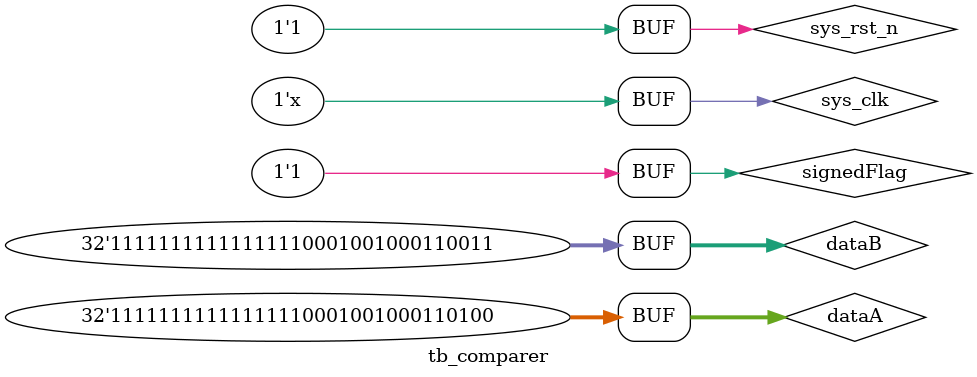
<source format=v>
`timescale 1ns/1ns 

module tb_comparer ();

parameter CLK_PERIOD = 20;
parameter DIV_CLK = 25;

reg         sys_clk;        
reg         sys_rst_n;

reg [31:0]  dataA;
reg [31:0]  dataB;
reg         signedFlag;

wire        less;

initial begin
    sys_clk     <= 1'b0;
    sys_rst_n   <= 1'b0;
    #110
    sys_rst_n   <= 1'b1;

    dataA       <= 32'd12345;
    dataB       <= 32'd12344;
    signedFlag  <= 1'b0;
    #20

    dataA       <= 32'd56565;
    dataB       <= 32'd65656;
    signedFlag  <= 1'b0;
    #20

    dataA       <= 32'd11111;
    dataB       <= 32'd11111;
    signedFlag  <= 1'b0;
    #20

    dataA       <= 32'd87654321;
    dataB       <= 32'd87655321;
    signedFlag  <= 1'b0;
    #20

    dataA       <= 32'h80012345;
    dataB       <= 32'h00012345;
    signedFlag  <= 1'b1;
    #20

    dataA       <= 32'hffff1234;
    dataB       <= 32'hffff1233;
    signedFlag  <= 1'b0;
    #20

    dataA       <= 32'hffff1234;
    dataB       <= 32'hffff1233;
    signedFlag  <= 1'b1;
end


always  #(CLK_PERIOD / 2)   sys_clk  =  ~sys_clk;

comparer u_comparer (
    .A_i            (dataA),
    .B_i            (dataB),
    .signedFlag_i   (signedFlag),

    .less_o         (less)
);

endmodule
</source>
